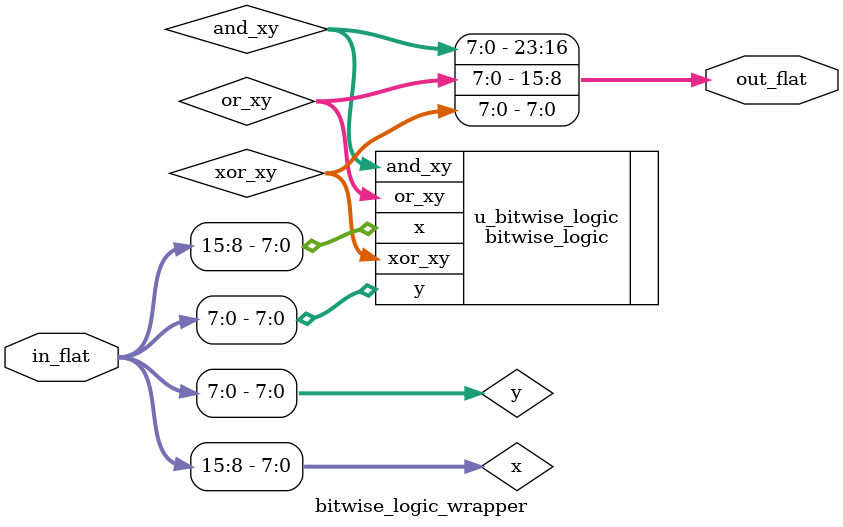
<source format=sv>
module bitwise_logic_wrapper (
    input  wire [15:0] in_flat,
    output wire [23:0] out_flat
);

  // Slice `in_flat` into original inputs
  wire [7:0] x = in_flat[15:8];
  wire [7:0] y = in_flat[7:0];

  // Wires to capture original module outputs
  wire [7:0] and_xy;
  wire [7:0] or_xy;
  wire [7:0] xor_xy;

  // Instantiate the original module
  bitwise_logic u_bitwise_logic (
    .x(x),
    .y(y),
    .and_xy(and_xy),
    .or_xy(or_xy),
    .xor_xy(xor_xy)
  );

  // Pack original outputs into `out_flat`
  assign out_flat[23:16] = and_xy;
  assign out_flat[15:8] = or_xy;
  assign out_flat[7:0] = xor_xy;

endmodule  // bitwise_logic_wrapper
</source>
